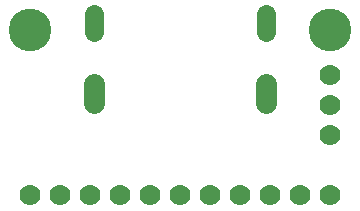
<source format=gbr>
G04 EAGLE Gerber RS-274X export*
G75*
%MOMM*%
%FSLAX34Y34*%
%LPD*%
%INSoldermask Bottom*%
%IPPOS*%
%AMOC8*
5,1,8,0,0,1.08239X$1,22.5*%
G01*
%ADD10C,3.617600*%
%ADD11C,1.751600*%
%ADD12C,1.601600*%
%ADD13C,1.778000*%


D10*
X25400Y165100D03*
X279400Y165100D03*
D11*
X224900Y119990D02*
X224900Y103490D01*
X79900Y103490D02*
X79900Y119990D01*
D12*
X79900Y163840D02*
X79900Y178840D01*
X224900Y178840D02*
X224900Y163840D01*
D13*
X279400Y76200D03*
X279400Y101600D03*
X279400Y127000D03*
X279400Y25400D03*
X254000Y25400D03*
X228600Y25400D03*
X203200Y25400D03*
X177800Y25400D03*
X152400Y25400D03*
X127000Y25400D03*
X101600Y25400D03*
X76200Y25400D03*
X50800Y25400D03*
X25400Y25400D03*
M02*

</source>
